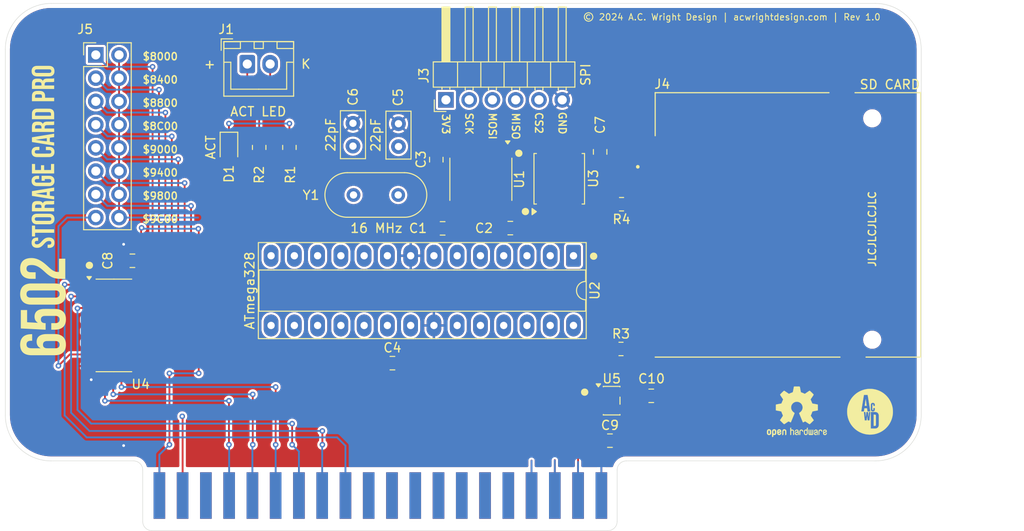
<source format=kicad_pcb>
(kicad_pcb (version 20241229) (generator "pcbnew") (generator_version "9.0")
  (title_block (title "6502 Storage Card Pro") (date "2025-12-08") (rev "1.0") (company "A.C. Wright Design"))
  (layers (0 "F.Cu" signal) (2 "B.Cu" signal) (13 "F.Paste" user) (15 "B.Paste" user) (5 "F.SilkS" user "F.Silkscreen") (7 "B.SilkS" user "B.Silkscreen") (1 "F.Mask" user) (3 "B.Mask" user) (25 "Edge.Cuts" user))
  (net 0 "")
  (net 1 "GND")
  (net 2 "VCC")
  (net 3 "Net-(D1-K)")
  (net 4 "D2")
  (net 5 "RESB")
  (net 6 "RWB")
  (net 7 "A15")
  (net 8 "D0")
  (net 9 "A12")
  (net 10 "A0")
  (net 11 "A11")
  (net 12 "D1")
  (net 13 "PHI2")
  (net 14 "D5")
  (net 15 "A14")
  (net 16 "D7")
  (net 17 "A13")
  (net 18 "A10")
  (net 19 "D4")
  (net 20 "D3")
  (net 21 "D6")
  (net 22 "CSB")
  (net 23 "/$8400")
  (net 24 "/$9800")
  (net 25 "/$9400")
  (net 26 "/$8C00")
  (net 27 "/$9000")
  (net 28 "/$8800")
  (net 29 "/$8000")
  (net 30 "/$9C00")
  (net 31 "3V3")
  (net 32 "Net-(U2-AREF)")
  (net 33 "XTAL1")
  (net 34 "XTAL2")
  (net 35 "SCK")
  (net 36 "Net-(J1-Pin_2)")
  (net 52 "unconnected-(J2-PadA2)")
  (net 54 "unconnected-(J2-PadA1)")
  (net 55 "MOSI_3V3")
  (net 56 "MISO_3V3")
  (net 57 "SCK_3V3")
  (net 58 "CS2_3V3")
  (net 59 "CD_3V3")
  (net 61 "CS0_3V3")
  (net 63 "WP_3V3")
  (net 64 "WP")
  (net 65 "CS1_3V3")
  (net 66 "CS2")
  (net 67 "MISO")
  (net 68 "CD")
  (net 69 "MOSI")
  (net 70 "CS0")
  (net 71 "CS1")
  (footprint "Capacitor_SMD:C_0805_2012Metric" (layer "F.Cu") (at 155.72 94.93 180)
    (property "Reference" "C2" (at 2.87 -0.01 0) (layer "F.SilkS"))
    (property "Value" "100nF" (hide yes))
    (pad "1" smd roundrect (at -0.95 0 180) (size 1 1.45) (layers "F.Cu" "F.Mask" "F.Paste") (net 1 "GND"))
    (pad "2" smd roundrect (at 0.95 0 180) (size 1 1.45) (layers "F.Cu" "F.Mask" "F.Paste") (net 2 "VCC"))
  )
  (footprint "Resistor_SMD:R_0805_2012Metric" (layer "F.Cu") (at 128.3 86.1125 90)
    (property "Reference" "R2" (at -2.9875 0 90) (layer "F.SilkS"))
    (property "Value" "330" (hide yes))
    (pad "1" smd roundrect (at -0.9125 0 90) (size 1.025 1.4) (layers "F.Cu" "F.Mask" "F.Paste") (roundrect_rratio 0.243902) (net 1 "GND"))
    (pad "2" smd roundrect (at 0.9125 0 90) (size 1.025 1.4) (layers "F.Cu" "F.Mask" "F.Paste") (roundrect_rratio 0.243902) (net 36 "Net-(J1-Pin_2)"))
  )
  (footprint "Resistor_SMD:R_0805_2012Metric" (layer "F.Cu") (at 167.8675 92.32 180)
    (property "Reference" "R4" (at 0 -1.65 0) (layer "F.SilkS"))
    (property "Value" "1k" (hide yes))
    (pad "1" smd roundrect (at -0.9125 0 180) (size 1.025 1.4) (layers "F.Cu" "F.Mask" "F.Paste") (roundrect_rratio 0.243902) (net 59 "CD_3V3"))
    (pad "2" smd roundrect (at 0.9125 0 180) (size 1.025 1.4) (layers "F.Cu" "F.Mask" "F.Paste") (roundrect_rratio 0.243902) (net 31 "3V3"))
  )
  (footprint "A.C. Wright Logo:A.C. Wright Logo 5mm" (layer "F.Cu") (at 195 115)
    (property "Reference" "G***" (hide yes))
    (property "Value" "LOGO" (hide yes))
  )
  (footprint "Connector_JST:JST_XH_B2B-XH-A_1x02_P2.50mm_Vertical" (layer "F.Cu") (at 127 77)
    (property "Reference" "J1" (at -2.3 -3.8 0) (layer "F.SilkS"))
    (property "Value" "ACT LED" (at 1.2 5.2 0) (layer "F.SilkS"))
    (pad "1" thru_hole roundrect (at 0 0) (size 1.7 2) (drill 1) (layers "*.Cu" "*.Mask") (roundrect_rratio 0.147059) (net 35 "SCK"))
    (pad "2" thru_hole oval (at 2.5 0) (size 1.7 2) (drill 1) (layers "*.Cu" "*.Mask") (net 36 "Net-(J1-Pin_2)"))
  )
  (footprint "Capacitor_SMD:C_0805_2012Metric" (layer "F.Cu") (at 147.64 87.45 -90)
    (property "Reference" "C3" (at -0.02 1.67 90) (layer "F.SilkS"))
    (property "Value" "100nF" (hide yes))
    (pad "1" smd roundrect (at -0.95 0 270) (size 1 1.45) (layers "F.Cu" "F.Mask" "F.Paste") (net 31 "3V3"))
    (pad "2" smd roundrect (at 0.95 0 270) (size 1 1.45) (layers "F.Cu" "F.Mask" "F.Paste") (net 1 "GND"))
  )
  (footprint "Capacitor_THT:C_Disc_D5.0mm_W2.5mm_P2.50mm" (layer "F.Cu") (at 143.51 86.02 90)
    (property "Reference" "C5" (at 5.39 -0.04 90) (layer "F.SilkS"))
    (property "Value" "22pF" (at 1.27 -2.48 90) (layer "F.SilkS"))
    (pad "1" thru_hole circle (at 0 0 90) (size 1.6 1.6) (drill 0.8) (layers "*.Cu" "*.Mask") (net 33 "XTAL1"))
    (pad "2" thru_hole circle (at 2.5 0 90) (size 1.6 1.6) (drill 0.8) (layers "*.Cu" "*.Mask") (net 1 "GND"))
  )
  (footprint "Package_TO_SOT_SMD:SOT-23-5" (layer "F.Cu") (at 166.7875 113.79)
    (property "Reference" "U5" (at 0 -2.4 0) (layer "F.SilkS"))
    (property "Value" "LP2985-3.3" (hide yes))
    (pad "1" smd roundrect (at -1.1375 -0.95) (size 1.325 0.6) (layers "F.Cu" "F.Mask" "F.Paste") (net 2 "VCC"))
    (pad "2" smd roundrect (at -1.1375 0) (size 1.325 0.6) (layers "F.Cu" "F.Mask" "F.Paste") (net 1 "GND"))
    (pad "3" smd roundrect (at -1.1375 0.95) (size 1.325 0.6) (layers "F.Cu" "F.Mask" "F.Paste") (net 2 "VCC"))
    (pad "4" smd roundrect (at 1.1375 0.95) (size 1.325 0.6) (layers "F.Cu" "F.Mask" "F.Paste"))
    (pad "5" smd roundrect (at 1.1375 -0.95) (size 1.325 0.6) (layers "F.Cu" "F.Mask" "F.Paste") (net 31 "3V3"))
  )
  (footprint "Capacitor_SMD:C_0805_2012Metric" (layer "F.Cu") (at 142.85 109.69)
    (property "Reference" "C4" (at 0 -1.68 0) (layer "F.SilkS"))
    (property "Value" "100nF" (hide yes))
    (pad "1" smd roundrect (at -0.95 0) (size 1 1.45) (layers "F.Cu" "F.Mask" "F.Paste") (net 1 "GND"))
    (pad "2" smd roundrect (at 0.95 0) (size 1 1.45) (layers "F.Cu" "F.Mask" "F.Paste") (net 32 "Net-(U2-AREF)"))
  )
  (footprint "Capacitor_SMD:C_0805_2012Metric" (layer "F.Cu") (at 171.11 113.26)
    (property "Reference" "C10" (at 0.03 -1.87 0) (layer "F.SilkS"))
    (property "Value" "1uF" (hide yes))
    (pad "1" smd roundrect (at -0.95 0) (size 1 1.45) (layers "F.Cu" "F.Mask" "F.Paste") (net 31 "3V3"))
    (pad "2" smd roundrect (at 0.95 0) (size 1 1.45) (layers "F.Cu" "F.Mask" "F.Paste") (net 1 "GND"))
  )
  (footprint "Package_SO:SOIC-16_3.9x9.9mm_P1.27mm" (layer "F.Cu") (at 112.435 105.565)
    (property "Reference" "U4" (at 2.925 6.435 0) (layer "F.SilkS"))
    (property "Value" "74HC138" (hide yes))
    (pad "1" smd roundrect (at -2.475 -4.445) (size 1.95 0.6) (layers "F.Cu" "F.Mask" "F.Paste") (net 18 "A10"))
    (pad "2" smd roundrect (at -2.475 -3.175) (size 1.95 0.6) (layers "F.Cu" "F.Mask" "F.Paste") (net 11 "A11"))
    (pad "3" smd roundrect (at -2.475 -1.905) (size 1.95 0.6) (layers "F.Cu" "F.Mask" "F.Paste") (net 9 "A12"))
    (pad "4" smd roundrect (at -2.475 -0.635) (size 1.95 0.6) (layers "F.Cu" "F.Mask" "F.Paste") (net 17 "A13"))
    (pad "5" smd roundrect (at -2.475 0.635) (size 1.95 0.6) (layers "F.Cu" "F.Mask" "F.Paste") (net 15 "A14"))
    (pad "6" smd roundrect (at -2.475 1.905) (size 1.95 0.6) (layers "F.Cu" "F.Mask" "F.Paste") (net 7 "A15"))
    (pad "7" smd roundrect (at -2.475 3.175) (size 1.95 0.6) (layers "F.Cu" "F.Mask" "F.Paste") (net 30 "/$9C00"))
    (pad "8" smd roundrect (at -2.475 4.445) (size 1.95 0.6) (layers "F.Cu" "F.Mask" "F.Paste") (net 1 "GND"))
    (pad "9" smd roundrect (at 2.475 4.445) (size 1.95 0.6) (layers "F.Cu" "F.Mask" "F.Paste") (net 24 "/$9800"))
    (pad "10" smd roundrect (at 2.475 3.175) (size 1.95 0.6) (layers "F.Cu" "F.Mask" "F.Paste") (net 25 "/$9400"))
    (pad "11" smd roundrect (at 2.475 1.905) (size 1.95 0.6) (layers "F.Cu" "F.Mask" "F.Paste") (net 27 "/$9000"))
    (pad "12" smd roundrect (at 2.475 0.635) (size 1.95 0.6) (layers "F.Cu" "F.Mask" "F.Paste") (net 26 "/$8C00"))
    (pad "13" smd roundrect (at 2.475 -0.635) (size 1.95 0.6) (layers "F.Cu" "F.Mask" "F.Paste") (net 28 "/$8800"))
    (pad "14" smd roundrect (at 2.475 -1.905) (size 1.95 0.6) (layers "F.Cu" "F.Mask" "F.Paste") (net 23 "/$8400"))
    (pad "15" smd roundrect (at 2.475 -3.175) (size 1.95 0.6) (layers "F.Cu" "F.Mask" "F.Paste") (net 29 "/$8000"))
    (pad "16" smd roundrect (at 2.475 -4.445) (size 1.95 0.6) (layers "F.Cu" "F.Mask" "F.Paste") (net 2 "VCC"))
  )
  (footprint "Connector_PinHeader_2.54mm:PinHeader_2x08_P2.54mm_Vertical" (layer "F.Cu") (at 110.46 76)
    (property "Reference" "J5" (at -1.16 -2.8 0) (layer "F.SilkS"))
    (property "Value" "Conn_02x08_Odd_Even" (hide yes))
    (pad "1" thru_hole rect (at 0 0) (size 1.7 1.7) (drill 1) (layers "*.Cu" "*.Mask") (net 29 "/$8000"))
    (pad "2" thru_hole oval (at 2.54 0) (size 1.7 1.7) (drill 1) (layers "*.Cu" "*.Mask") (net 22 "CSB"))
    (pad "3" thru_hole oval (at 0 2.54) (size 1.7 1.7) (drill 1) (layers "*.Cu" "*.Mask") (net 23 "/$8400"))
    (pad "4" thru_hole oval (at 2.54 2.54) (size 1.7 1.7) (drill 1) (layers "*.Cu" "*.Mask") (net 22 "CSB"))
    (pad "5" thru_hole oval (at 0 5.08) (size 1.7 1.7) (drill 1) (layers "*.Cu" "*.Mask") (net 28 "/$8800"))
    (pad "6" thru_hole oval (at 2.54 5.08) (size 1.7 1.7) (drill 1) (layers "*.Cu" "*.Mask") (net 22 "CSB"))
    (pad "7" thru_hole oval (at 0 7.62) (size 1.7 1.7) (drill 1) (layers "*.Cu" "*.Mask") (net 26 "/$8C00"))
    (pad "8" thru_hole oval (at 2.54 7.62) (size 1.7 1.7) (drill 1) (layers "*.Cu" "*.Mask") (net 22 "CSB"))
    (pad "9" thru_hole oval (at 0 10.16) (size 1.7 1.7) (drill 1) (layers "*.Cu" "*.Mask") (net 27 "/$9000"))
    (pad "10" thru_hole oval (at 2.54 10.16) (size 1.7 1.7) (drill 1) (layers "*.Cu" "*.Mask") (net 22 "CSB"))
    (pad "11" thru_hole oval (at 0 12.7) (size 1.7 1.7) (drill 1) (layers "*.Cu" "*.Mask") (net 25 "/$9400"))
    (pad "12" thru_hole oval (at 2.54 12.7) (size 1.7 1.7) (drill 1) (layers "*.Cu" "*.Mask") (net 22 "CSB"))
    (pad "13" thru_hole oval (at 0 15.24) (size 1.7 1.7) (drill 1) (layers "*.Cu" "*.Mask") (net 24 "/$9800"))
    (pad "14" thru_hole oval (at 2.54 15.24) (size 1.7 1.7) (drill 1) (layers "*.Cu" "*.Mask") (net 22 "CSB"))
    (pad "15" thru_hole oval (at 0 17.78) (size 1.7 1.7) (drill 1) (layers "*.Cu" "*.Mask") (net 30 "/$9C00"))
    (pad "16" thru_hole oval (at 2.54 17.78) (size 1.7 1.7) (drill 1) (layers "*.Cu" "*.Mask") (net 22 "CSB"))
  )
  (footprint "Package_SO:TSSOP-20_4.4x6.5mm_P0.65mm" (layer "F.Cu") (at 152.505 89.5925 -90)
    (property "Reference" "U1" (at 0 -4.2 90) (layer "F.SilkS"))
    (property "Value" "TXS0108EPW" (hide yes))
    (pad "1" smd roundrect (at -2.8625 -2.925 270) (size 1.475 0.4) (layers "F.Cu" "F.Mask" "F.Paste") (net 57 "SCK_3V3"))
    (pad "2" smd roundrect (at -2.8625 -2.275 270) (size 1.475 0.4) (layers "F.Cu" "F.Mask" "F.Paste") (net 31 "3V3"))
    (pad "3" smd roundrect (at -2.8625 -1.625 270) (size 1.475 0.4) (layers "F.Cu" "F.Mask" "F.Paste") (net 55 "MOSI_3V3"))
    (pad "4" smd roundrect (at -2.8625 -0.975 270) (size 1.475 0.4) (layers "F.Cu" "F.Mask" "F.Paste") (net 56 "MISO_3V3"))
    (pad "5" smd roundrect (at -2.8625 -0.325 270) (size 1.475 0.4) (layers "F.Cu" "F.Mask" "F.Paste") (net 61 "CS0_3V3"))
    (pad "6" smd roundrect (at -2.8625 0.325 270) (size 1.475 0.4) (layers "F.Cu" "F.Mask" "F.Paste") (net 65 "CS1_3V3"))
    (pad "7" smd roundrect (at -2.8625 0.975 270) (size 1.475 0.4) (layers "F.Cu" "F.Mask" "F.Paste") (net 58 "CS2_3V3"))
    (pad "8" smd roundrect (at -2.8625 1.625 270) (size 1.475 0.4) (layers "F.Cu" "F.Mask" "F.Paste") (net 59 "CD_3V3"))
    (pad "9" smd roundrect (at -2.8625 2.275 270) (size 1.475 0.4) (layers "F.Cu" "F.Mask" "F.Paste") (net 63 "WP_3V3"))
    (pad "10" smd roundrect (at -2.8625 2.925 270) (size 1.475 0.4) (layers "F.Cu" "F.Mask" "F.Paste") (net 31 "3V3"))
    (pad "11" smd roundrect (at 2.8625 2.925 270) (size 1.475 0.4) (layers "F.Cu" "F.Mask" "F.Paste") (net 1 "GND"))
    (pad "12" smd roundrect (at 2.8625 2.275 270) (size 1.475 0.4) (layers "F.Cu" "F.Mask" "F.Paste") (net 64 "WP"))
    (pad "13" smd roundrect (at 2.8625 1.625 270) (size 1.475 0.4) (layers "F.Cu" "F.Mask" "F.Paste") (net 68 "CD"))
    (pad "14" smd roundrect (at 2.8625 0.975 270) (size 1.475 0.4) (layers "F.Cu" "F.Mask" "F.Paste") (net 66 "CS2"))
    (pad "15" smd roundrect (at 2.8625 0.325 270) (size 1.475 0.4) (layers "F.Cu" "F.Mask" "F.Paste") (net 71 "CS1"))
    (pad "16" smd roundrect (at 2.8625 -0.325 270) (size 1.475 0.4) (layers "F.Cu" "F.Mask" "F.Paste") (net 70 "CS0"))
    (pad "17" smd roundrect (at 2.8625 -0.975 270) (size 1.475 0.4) (layers "F.Cu" "F.Mask" "F.Paste") (net 67 "MISO"))
    (pad "18" smd roundrect (at 2.8625 -1.625 270) (size 1.475 0.4) (layers "F.Cu" "F.Mask" "F.Paste") (net 69 "MOSI"))
    (pad "19" smd roundrect (at 2.8625 -2.275 270) (size 1.475 0.4) (layers "F.Cu" "F.Mask" "F.Paste") (net 2 "VCC"))
    (pad "20" smd roundrect (at 2.8625 -2.925 270) (size 1.475 0.4) (layers "F.Cu" "F.Mask" "F.Paste") (net 35 "SCK"))
  )
  (footprint "6502 Parts:10067847-001RLF" (layer "F.Cu") (at 195.24 95.03 90)
    (property "Reference" "J4" (at 15.84 -22.93 180) (layer "F.SilkS"))
    (property "Value" "SD CARD" (at 15.79 1.93 0) (layer "F.SilkS"))
    (pad "" np_thru_hole circle (at -12.1 0 90) (size 1.5 1.5) (drill 1.5) (layers "*.Cu" "*.Mask"))
    (pad "" np_thru_hole circle (at 12.1 0 90) (size 1.5 1.5) (drill 1.5) (layers "*.Cu" "*.Mask"))
    (pad "1" smd rect (at 6.875 -24.3 90) (size 1 1.5) (layers "F.Cu" "F.Mask" "F.Paste") (net 61 "CS0_3V3"))
    (pad "2" smd rect (at 4.375 -24.3 90) (size 1 1.5) (layers "F.Cu" "F.Mask" "F.Paste") (net 55 "MOSI_3V3"))
    (pad "3" smd rect (at 1.075 -24.3 90) (size 1 1.5) (layers "F.Cu" "F.Mask" "F.Paste") (net 1 "GND"))
    (pad "4" smd rect (at -0.625 -24.3 90) (size 1 1.5) (layers "F.Cu" "F.Mask" "F.Paste") (net 31 "3V3"))
    (pad "5" smd rect (at -3.125 -24.3 90) (size 1 1.5) (layers "F.Cu" "F.Mask" "F.Paste") (net 57 "SCK_3V3"))
    (pad "6" smd rect (at -5.625 -24.3 90) (size 1 1.5) (layers "F.Cu" "F.Mask" "F.Paste") (net 1 "GND"))
    (pad "7" smd rect (at -8.05 -24.3 90) (size 1 1.5) (layers "F.Cu" "F.Mask" "F.Paste") (net 56 "MISO_3V3"))
    (pad "8" smd rect (at -9.75 -24.3 90) (size 1 1.5) (layers "F.Cu" "F.Mask" "F.Paste"))
    (pad "9" smd rect (at 9.375 -24.3 90) (size 1 1.5) (layers "F.Cu" "F.Mask" "F.Paste"))
    (pad "CD" smd rect (at 2.725 -24.3 90) (size 1 1.5) (layers "F.Cu" "F.Mask" "F.Paste") (net 59 "CD_3V3"))
    (pad "G1" smd rect (at -13.6 -2.1 90) (size 1.2 2.2) (layers "F.Cu" "F.Mask" "F.Paste") (net 1 "GND"))
    (pad "G2" smd rect (at 14.4 -3.3 90) (size 1.2 2.2) (layers "F.Cu" "F.Mask" "F.Paste") (net 1 "GND"))
    (pad "WP" smd rect (at -13.1 -24.3 90) (size 1 1.5) (layers "F.Cu" "F.Mask" "F.Paste") (net 63 "WP_3V3"))
    (zone (net 0) (net_name "") (layer "F.Cu") (connect_pads (clearance 0)) (min_thickness 0.01)
      (keepout (tracks not_allowed) (vias not_allowed) (pads not_allowed) (copperpour not_allowed) (footprints allowed))
      (fill (thermal_gap 0.508) (thermal_bridge_width 0.508))
      (polygon (pts (xy 176.94 88.71) (xy 176.94 87.61) (xy 179.44 87.61) (xy 179.44 88.71)))
    )
    (zone (net 0) (net_name "") (layer "F.Cu") (connect_pads (clearance 0)) (min_thickness 0.01)
      (keepout (tracks not_allowed) (vias not_allowed) (pads not_allowed) (copperpour not_allowed) (footprints allowed))
      (fill (thermal_gap 0.508) (thermal_bridge_width 0.508))
      (polygon (pts (xy 177.54 94.11) (xy 177.54 92.21) (xy 180.04 92.21) (xy 180.04 94.11)))
    )
    (zone (net 0) (net_name "") (layer "F.Cu") (connect_pads (clearance 0)) (min_thickness 0.01)
      (keepout (tracks not_allowed) (vias not_allowed) (pads not_allowed) (copperpour not_allowed) (footprints allowed))
      (fill (thermal_gap 0.508) (thermal_bridge_width 0.508))
      (polygon (pts (xy 177.64 98.71) (xy 177.64 97.61) (xy 179.64 97.61) (xy 179.64 98.71)))
    )
    (zone (net 0) (net_name "") (layer "F.Cu") (connect_pads (clearance 0)) (min_thickness 0.01)
      (keepout (tracks not_allowed) (vias not_allowed) (pads not_allowed) (copperpour not_allowed) (footprints allowed))
      (fill (thermal_gap 0.508) (thermal_bridge_width 0.508))
      (polygon (pts (xy 177.64 101.21) (xy 177.64 100.11) (xy 179.64 100.11) (xy 179.64 101.21)))
    )
    (zone (net 0) (net_name "") (layer "F.Cu") (connect_pads (clearance 0)) (min_thickness 0.01)
      (keepout (tracks not_allowed) (vias not_allowed) (pads not_allowed) (copperpour not_allowed) (footprints allowed))
      (fill (thermal_gap 0.508) (thermal_bridge_width 0.508))
      (polygon (pts (xy 177.64 103.64) (xy 177.64 102.54) (xy 179.64 102.54) (xy 179.64 103.64)))
    )
    (zone (net 0) (net_name "") (layer "F.Cu") (connect_pads (clearance 0)) (min_thickness 0.01)
      (keepout (tracks not_allowed) (vias not_allowed) (pads not_allowed) (copperpour not_allowed) (footprints allowed))
      (fill (thermal_gap 0.508) (thermal_bridge_width 0.508))
      (polygon (pts (xy 177.64 105.34) (xy 177.64 104.24) (xy 179.64 104.24) (xy 179.64 105.34)))
    )
    (zone (net 0) (net_name "") (layer "F.Cu") (connect_pads (clearance 0)) (min_thickness 0.01)
      (keepout (tracks not_allowed) (vias not_allowed) (pads not_allowed) (copperpour not_allowed) (footprints allowed))
      (fill (thermal_gap 0.508) (thermal_bridge_width 0.508))
      (polygon (pts (xy 177.74 91.21) (xy 177.74 90.11) (xy 179.74 90.11) (xy 179.74 91.21)))
    )
    (zone (net 0) (net_name "") (layer "F.Cu") (connect_pads (clearance 0)) (min_thickness 0.01)
      (keepout (tracks not_allowed) (vias not_allowed) (pads not_allowed) (copperpour not_allowed) (footprints allowed))
      (fill (thermal_gap 0.508) (thermal_bridge_width 0.508))
      (polygon (pts (xy 178.04 96.21) (xy 178.04 95.11) (xy 180.04 95.11) (xy 180.04 96.21)))
    )
    (zone (net 0) (net_name "") (layer "F.Cu") (connect_pads (clearance 0)) (min_thickness 0.01)
      (keepout (tracks not_allowed) (vias not_allowed) (pads not_allowed) (copperpour not_allowed) (footprints allowed))
      (fill (thermal_gap 0.508) (thermal_bridge_width 0.508))
      (polygon (pts (xy 180.04 86.21) (xy 180.04 85.11) (xy 182.04 85.11) (xy 182.04 86.21)))
    )
    (zone (net 0) (net_name "") (layer "F.Cu") (connect_pads (clearance 0)) (min_thickness 0.01)
      (keepout (tracks not_allowed) (vias not_allowed) (pads not_allowed) (copperpour not_allowed) (footprints allowed))
      (fill (thermal_gap 0.508) (thermal_bridge_width 0.508))
      (polygon (pts (xy 180.74 109.73) (xy 180.74 108.53) (xy 187.04 108.53) (xy 187.04 109.73)))
    )
  )
  (footprint "Capacitor_THT:C_Disc_D5.0mm_W2.5mm_P2.50mm" (layer "F.Cu") (at 138.54 85.97 90)
    (property "Reference" "C6" (at 5.39 0 90) (layer "F.SilkS"))
    (property "Value" "22pF" (at 1.24 -2.43 90) (layer "F.SilkS"))
    (pad "1" thru_hole circle (at 0 0 90) (size 1.6 1.6) (drill 0.8) (layers "*.Cu" "*.Mask") (net 34 "XTAL2"))
    (pad "2" thru_hole circle (at 2.5 0 90) (size 1.6 1.6) (drill 0.8) (layers "*.Cu" "*.Mask") (net 1 "GND"))
  )
  (footprint "Connector_PinHeader_2.54mm:PinHeader_1x06_P2.54mm_Horizontal" (layer "F.Cu") (at 148.69 80.915 90)
    (property "Reference" "J3" (at 2.655 -2.41 90) (layer "F.SilkS"))
    (property "Value" "SPI" (at 2.755 15.26 90) (layer "F.SilkS"))
    (pad "1" thru_hole rect (at 0 0 90) (size 1.7 1.7) (drill 1) (layers "*.Cu" "*.Mask") (net 31 "3V3"))
    (pad "2" thru_hole circle (at 0 2.54 90) (size 1.7 1.7) (drill 1) (layers "*.Cu" "*.Mask") (net 57 "SCK_3V3"))
    (pad "3" thru_hole circle (at 0 5.08 90) (size 1.7 1.7) (drill 1) (layers "*.Cu" "*.Mask") (net 55 "MOSI_3V3"))
    (pad "4" thru_hole circle (at 0 7.62 90) (size 1.7 1.7) (drill 1) (layers "*.Cu" "*.Mask") (net 56 "MISO_3V3"))
    (pad "5" thru_hole circle (at 0 10.16 90) (size 1.7 1.7) (drill 1) (layers "*.Cu" "*.Mask") (net 58 "CS2_3V3"))
    (pad "6" thru_hole circle (at 0 12.7 90) (size 1.7 1.7) (drill 1) (layers "*.Cu" "*.Mask") (net 1 "GND"))
  )
  (footprint "Capacitor_SMD:C_0805_2012Metric" (layer "F.Cu") (at 114.46 98.5 180)
    (property "Reference" "C8" (at 2.7 0 270) (layer "F.SilkS"))
    (property "Value" "100nF" (hide yes))
    (pad "1" smd roundrect (at -0.95 0 180) (size 1 1.45) (layers "F.Cu" "F.Mask" "F.Paste") (net 2 "VCC"))
    (pad "2" smd roundrect (at 0.95 0 180) (size 1 1.45) (layers "F.Cu" "F.Mask" "F.Paste") (net 1 "GND"))
  )
  (footprint "Symbol:OSHW-Logo2_7.3x6mm_SilkScreen" (layer "F.Cu") (at 187.01 115)
    (property "Reference" "REF**" (hide yes))
    (property "Value" "OSHW-Logo2_7.3x6mm_SilkScreen" (hide yes))
  )
  (footprint "6502 Parts:6502 Card Edge" (layer "F.Cu") (at 117.4 126.7)
    (property "Reference" "J2" (hide yes))
    (property "Value" "6502 Card Edge" (hide yes))
    (pad "A0" smd rect (at 45.72 -2.54 90) (size 5.08 1.27) (layers "B.Cu" "B.Mask" "B.Paste") (net 10 "A0"))
    (pad "A1" smd rect (at 43.18 -2.54 90) (size 5.08 1.27) (layers "B.Cu" "B.Mask" "B.Paste") (net 54 "unconnected-(J2-PadA1)"))
    (pad "A2" smd rect (at 40.64 -2.54 90) (size 5.08 1.27) (layers "B.Cu" "B.Mask" "B.Paste") (net 52 "unconnected-(J2-PadA2)"))
    (pad "A3" smd rect (at 38.1 -2.54 90) (size 5.08 1.27) (layers "B.Cu" "B.Mask" "B.Paste"))
    (pad "A4" smd rect (at 35.56 -2.54 90) (size 5.08 1.27) (layers "B.Cu" "B.Mask" "B.Paste"))
    (pad "A5" smd rect (at 33.02 -2.54 90) (size 5.08 1.27) (layers "B.Cu" "B.Mask" "B.Paste"))
    (pad "A6" smd rect (at 30.48 -2.54 90) (size 5.08 1.27) (layers "B.Cu" "B.Mask" "B.Paste"))
    (pad "A7" smd rect (at 27.94 -2.54 90) (size 5.08 1.27) (layers "B.Cu" "B.Mask" "B.Paste"))
    (pad "A8" smd rect (at 25.4 -2.54 90) (size 5.08 1.27) (layers "B.Cu" "B.Mask" "B.Paste"))
    (pad "A9" smd rect (at 22.86 -2.54 90) (size 5.08 1.27) (layers "B.Cu" "B.Mask" "B.Paste"))
    (pad "A10" smd rect (at 20.32 -2.54 90) (size 5.08 1.27) (layers "B.Cu" "B.Mask" "B.Paste") (net 18 "A10"))
    (pad "A11" smd rect (at 17.78 -2.54 90) (size 5.08 1.27) (layers "B.Cu" "B.Mask" "B.Paste") (net 11 "A11"))
    (pad "A12" smd rect (at 15.24 -2.54 90) (size 5.08 1.27) (layers "B.Cu" "B.Mask" "B.Paste") (net 9 "A12"))
    (pad "A13" smd rect (at 12.7 -2.54 90) (size 5.08 1.27) (layers "B.Cu" "B.Mask" "B.Paste") (net 17 "A13"))
    (pad "A14" smd rect (at 10.16 -2.54 90) (size 5.08 1.27) (layers "B.Cu" "B.Mask" "B.Paste") (net 15 "A14"))
    (pad "A15" smd rect (at 7.62 -2.54 90) (size 5.08 1.27) (layers "B.Cu" "B.Mask" "B.Paste") (net 7 "A15"))
    (pad "BE" smd rect (at 12.7 -2.54 90) (size 5.08 1.27) (layers "F.Cu" "F.Mask" "F.Paste"))
    (pad "D0" smd rect (at 45.72 -2.54 90) (size 5.08 1.27) (layers "F.Cu" "F.Mask" "F.Paste") (net 8 "D0"))
    (pad "D1" smd rect (at 43.18 -2.54 90) (size 5.08 1.27) (layers "F.Cu" "F.Mask" "F.Paste") (net 12 "D1"))
    (pad "D2" smd rect (at 40.64 -2.54 90) (size 5.08 1.27) (layers "F.Cu" "F.Mask" "F.Paste") (net 4 "D2"))
    (pad "D3" smd rect (at 38.1 -2.54 90) (size 5.08 1.27) (layers "F.Cu" "F.Mask" "F.Paste") (net 20 "D3"))
    (pad "D4" smd rect (at 35.56 -2.54 90) (size 5.08 1.27) (layers "F.Cu" "F.Mask" "F.Paste") (net 19 "D4"))
    (pad "D5" smd rect (at 33.02 -2.54 90) (size 5.08 1.27) (layers "F.Cu" "F.Mask" "F.Paste") (net 14 "D5"))
    (pad "D6" smd rect (at 30.48 -2.54 90) (size 5.08 1.27) (layers "F.Cu" "F.Mask" "F.Paste") (net 21 "D6"))
    (pad "D7" smd rect (at 27.94 -2.54 90) (size 5.08 1.27) (layers "F.Cu" "F.Mask" "F.Paste") (net 16 "D7"))
    (pad "EXP0" smd rect (at 5.08 -2.54 90) (size 5.08 1.27) (layers "B.Cu" "B.Mask" "B.Paste"))
    (pad "EXP1" smd rect (at 2.54 -2.54 90) (size 5.08 1.27) (layers "B.Cu" "B.Mask" "B.Paste"))
    (pad "EXP2" smd rect (at 25.4 -2.54 90) (size 5.08 1.27) (layers "F.Cu" "F.Mask" "F.Paste"))
    (pad "EXP3" smd rect (at 22.86 -2.54 90) (size 5.08 1.27) (layers "F.Cu" "F.Mask" "F.Paste"))
    (pad "GND" smd rect (at 0 -2.54 90) (size 5.08 1.27) (layers "F.Cu" "F.Mask" "F.Paste") (net 1 "GND"))
    (pad "GND" smd rect (at 48.26 -2.54 90) (size 5.08 1.27) (layers "B.Cu" "B.Mask" "B.Paste") (net 1 "GND"))
    (pad "IRQB" smd rect (at 5.08 -2.54 90) (size 5.08 1.27) (layers "F.Cu" "F.Mask" "F.Paste"))
    (pad "NMIB" smd rect (at 7.62 -2.54 90) (size 5.08 1.27) (layers "F.Cu" "F.Mask" "F.Paste"))
    (pad "PHI2" smd rect (at 20.32 -2.54 90) (size 5.08 1.27) (layers "F.Cu" "F.Mask" "F.Paste") (net 13 "PHI2"))
    (pad "RDY" smd rect (at 10.16 -2.54 90) (size 5.08 1.27) (layers "F.Cu" "F.Mask" "F.Paste"))
    (pad "RESB" smd rect (at 2.54 -2.54 90) (size 5.08 1.27) (layers "F.Cu" "F.Mask" "F.Paste") (net 5 "RESB"))
    (pad "RWB" smd rect (at 15.24 -2.54 90) (size 5.08 1.27) (layers "F.Cu" "F.Mask" "F.Paste") (net 6 "RWB"))
    (pad "SYNC" smd rect (at 17.78 -2.54 90) (size 5.08 1.27) (layers "F.Cu" "F.Mask" "F.Paste"))
    (pad "VCC" smd rect (at 0 -2.54 90) (size 5.08 1.27) (layers "B.Cu" "B.Mask" "B.Paste") (net 2 "VCC"))
    (pad "VCC" smd rect (at 48.26 -2.54 90) (size 5.08 1.27) (layers "F.Cu" "F.Mask" "F.Paste") (net 2 "VCC"))
  )
  (footprint "Capacitor_SMD:C_0805_2012Metric" (layer "F.Cu") (at 165.53 86.6 90)
    (property "Reference" "C7" (at 2.94 0 90) (layer "F.SilkS"))
    (property "Value" "100nF" (hide yes))
    (pad "1" smd roundrect (at -0.95 0 90) (size 1 1.45) (layers "F.Cu" "F.Mask" "F.Paste") (net 31 "3V3"))
    (pad "2" smd roundrect (at 0.95 0 90) (size 1 1.45) (layers "F.Cu" "F.Mask" "F.Paste") (net 1 "GND"))
  )
  (footprint "Capacitor_SMD:C_0805_2012Metric" (layer "F.Cu") (at 148.33 94.96 180)
    (property "Reference" "C1" (at 2.69 0.01 0) (layer "F.SilkS"))
    (property "Value" "100nF" (hide yes))
    (pad "1" smd roundrect (at -0.95 0 180) (size 1 1.45) (layers "F.Cu" "F.Mask" "F.Paste") (net 1 "GND"))
    (pad "2" smd roundrect (at 0.95 0 180) (size 1 1.45) (layers "F.Cu" "F.Mask" "F.Paste") (net 2 "VCC"))
  )
  (footprint "6502 Logos:6502 Storage Card Pro Logo 5mm" (layer "F.Cu") (at 104.700159 87.589456 90)
    (property "Reference" "G***" (hide yes))
    (property "Value" "LOGO" (hide yes))
  )
  (footprint "Resistor_SMD:R_0805_2012Metric" (layer "F.Cu") (at 167.8075 108.14)
    (property "Reference" "R3" (at 0 -1.65 0) (layer "F.SilkS"))
    (property "Value" "1k" (hide yes))
    (pad "1" smd roundrect (at -0.9125 0) (size 1.025 1.4) (layers "F.Cu" "F.Mask" "F.Paste") (roundrect_rratio 0.243902) (net 31 "3V3"))
    (pad "2" smd roundrect (at 0.9125 0) (size 1.025 1.4) (layers "F.Cu" "F.Mask" "F.Paste") (roundrect_rratio 0.243902) (net 63 "WP_3V3"))
  )
  (footprint "Crystal:Crystal_HC49-U_Vertical" (layer "F.Cu") (at 138.6 91.31)
    (property "Reference" "Y1" (at -4.64 0.02 0) (layer "F.SilkS"))
    (property "Value" "16 MHz" (at 2.5 3.63 0) (layer "F.SilkS"))
    (pad "1" thru_hole circle (at 0 0) (size 1.5 1.5) (drill 0.8) (layers "*.Cu" "*.Mask") (net 34 "XTAL2"))
    (pad "2" thru_hole circle (at 4.88 0) (size 1.5 1.5) (drill 0.8) (layers "*.Cu" "*.Mask") (net 33 "XTAL1"))
  )
  (footprint "Capacitor_SMD:C_0805_2012Metric" (layer "F.Cu") (at 166.6 118.16)
    (property "Reference" "C9" (at 0 -1.68 0) (layer "F.SilkS"))
    (property "Value" "1uF" (hide yes))
    (pad "1" smd roundrect (at -0.95 0) (size 1 1.45) (layers "F.Cu" "F.Mask" "F.Paste") (net 2 "VCC"))
    (pad "2" smd roundrect (at 0.95 0) (size 1 1.45) (layers "F.Cu" "F.Mask" "F.Paste") (net 1 "GND"))
  )
  (footprint "Package_DIP:DIP-28_W7.62mm_Socket_LongPads" (layer "F.Cu") (at 162.62 97.95 -90)
    (property "Reference" "U2" (at 3.81 -2.33 90) (layer "F.SilkS"))
    (property "Value" "ATmega328" (at 3.81 35.35 90) (layer "F.SilkS"))
    (pad "1" thru_hole roundrect (at 0 0 270) (size 2.4 1.6) (drill 0.8) (layers "*.Cu" "*.Mask") (roundrect_rratio 0.15625) (net 5 "RESB"))
    (pad "2" thru_hole oval (at 0 2.54 270) (size 2.4 1.6) (drill 0.8) (layers "*.Cu" "*.Mask") (net 8 "D0"))
    (pad "3" thru_hole oval (at 0 5.08 270) (size 2.4 1.6) (drill 0.8) (layers "*.Cu" "*.Mask") (net 12 "D1"))
    (pad "4" thru_hole oval (at 0 7.62 270) (size 2.4 1.6) (drill 0.8) (layers "*.Cu" "*.Mask") (net 4 "D2"))
    (pad "5" thru_hole oval (at 0 10.16 270) (size 2.4 1.6) (drill 0.8) (layers "*.Cu" "*.Mask") (net 20 "D3"))
    (pad "6" thru_hole oval (at 0 12.7 270) (size 2.4 1.6) (drill 0.8) (layers "*.Cu" "*.Mask") (net 19 "D4"))
    (pad "7" thru_hole oval (at 0 15.24 270) (size 2.4 1.6) (drill 0.8) (layers "*.Cu" "*.Mask") (net 2 "VCC"))
    (pad "8" thru_hole oval (at 0 17.78 270) (size 2.4 1.6) (drill 0.8) (layers "*.Cu" "*.Mask") (net 1 "GND"))
    (pad "9" thru_hole oval (at 0 20.32 270) (size 2.4 1.6) (drill 0.8) (layers "*.Cu" "*.Mask") (net 33 "XTAL1"))
    (pad "10" thru_hole oval (at 0 22.86 270) (size 2.4 1.6) (drill 0.8) (layers "*.Cu" "*.Mask") (net 34 "XTAL2"))
    (pad "11" thru_hole oval (at 0 25.4 270) (size 2.4 1.6) (drill 0.8) (layers "*.Cu" "*.Mask") (net 14 "D5"))
    (pad "12" thru_hole oval (at 0 27.94 270) (size 2.4 1.6) (drill 0.8) (layers "*.Cu" "*.Mask") (net 21 "D6"))
    (pad "13" thru_hole oval (at 0 30.48 270) (size 2.4 1.6) (drill 0.8) (layers "*.Cu" "*.Mask") (net 16 "D7"))
    (pad "14" thru_hole oval (at 0 33.02 270) (size 2.4 1.6) (drill 0.8) (layers "*.Cu" "*.Mask") (net 70 "CS0"))
    (pad "15" thru_hole oval (at 7.62 33.02 270) (size 2.4 1.6) (drill 0.8) (layers "*.Cu" "*.Mask") (net 71 "CS1"))
    (pad "16" thru_hole oval (at 7.62 30.48 270) (size 2.4 1.6) (drill 0.8) (layers "*.Cu" "*.Mask") (net 66 "CS2"))
    (pad "17" thru_hole oval (at 7.62 27.94 270) (size 2.4 1.6) (drill 0.8) (layers "*.Cu" "*.Mask") (net 69 "MOSI"))
    (pad "18" thru_hole oval (at 7.62 25.4 270) (size 2.4 1.6) (drill 0.8) (layers "*.Cu" "*.Mask") (net 67 "MISO"))
    (pad "19" thru_hole oval (at 7.62 22.86 270) (size 2.4 1.6) (drill 0.8) (layers "*.Cu" "*.Mask") (net 35 "SCK"))
    (pad "20" thru_hole oval (at 7.62 20.32 270) (size 2.4 1.6) (drill 0.8) (layers "*.Cu" "*.Mask") (net 2 "VCC"))
    (pad "21" thru_hole oval (at 7.62 17.78 270) (size 2.4 1.6) (drill 0.8) (layers "*.Cu" "*.Mask") (net 32 "Net-(U2-AREF)"))
    (pad "22" thru_hole oval (at 7.62 15.24 270) (size 2.4 1.6) (drill 0.8) (layers "*.Cu" "*.Mask") (net 1 "GND"))
    (pad "23" thru_hole oval (at 7.62 12.7 270) (size 2.4 1.6) (drill 0.8) (layers "*.Cu" "*.Mask") (net 10 "A0"))
    (pad "24" thru_hole oval (at 7.62 10.16 270) (size 2.4 1.6) (drill 0.8) (layers "*.Cu" "*.Mask") (net 13 "PHI2"))
    (pad "25" thru_hole oval (at 7.62 7.62 270) (size 2.4 1.6) (drill 0.8) (layers "*.Cu" "*.Mask") (net 22 "CSB"))
    (pad "26" thru_hole oval (at 7.62 5.08 270) (size 2.4 1.6) (drill 0.8) (layers "*.Cu" "*.Mask") (net 6 "RWB"))
    (pad "27" thru_hole oval (at 7.62 2.54 270) (size 2.4 1.6) (drill 0.8) (layers "*.Cu" "*.Mask") (net 68 "CD"))
    (pad "28" thru_hole oval (at 7.62 0 270) (size 2.4 1.6) (drill 0.8) (layers "*.Cu" "*.Mask") (net 64 "WP"))
  )
  (footprint "Package_SO:SOIC-8_5.3x5.3mm_P1.27mm" (layer "F.Cu") (at 161.065 89.5375 90)
    (property "Reference" "U3" (at 0.0275 3.725 90) (layer "F.SilkS"))
    (property "Value" "W25Q128JVS" (hide yes))
    (pad "1" smd roundrect (at -3.5875 -1.905 90) (size 1.625 0.65) (layers "F.Cu" "F.Mask" "F.Paste") (net 65 "CS1_3V3"))
    (pad "2" smd roundrect (at -3.5875 -0.635 90) (size 1.625 0.65) (layers "F.Cu" "F.Mask" "F.Paste") (net 56 "MISO_3V3"))
    (pad "3" smd roundrect (at -3.5875 0.635 90) (size 1.625 0.65) (layers "F.Cu" "F.Mask" "F.Paste") (net 31 "3V3"))
    (pad "4" smd roundrect (at -3.5875 1.905 90) (size 1.625 0.65) (layers "F.Cu" "F.Mask" "F.Paste") (net 1 "GND"))
    (pad "5" smd roundrect (at 3.5875 1.905 90) (size 1.625 0.65) (layers "F.Cu" "F.Mask" "F.Paste") (net 55 "MOSI_3V3"))
    (pad "6" smd roundrect (at 3.5875 0.635 90) (size 1.625 0.65) (layers "F.Cu" "F.Mask" "F.Paste") (net 57 "SCK_3V3"))
    (pad "7" smd roundrect (at 3.5875 -0.635 90) (size 1.625 0.65) (layers "F.Cu" "F.Mask" "F.Paste") (net 31 "3V3"))
    (pad "8" smd roundrect (at 3.5875 -1.905 90) (size 1.625 0.65) (layers "F.Cu" "F.Mask" "F.Paste") (net 31 "3V3"))
  )
  (footprint "Resistor_SMD:R_0805_2012Metric" (layer "F.Cu") (at 131.6 86.1125 90)
    (property "Reference" "R1" (at -2.9875 0.1 90) (layer "F.SilkS"))
    (property "Value" "330" (hide yes))
    (pad "1" smd roundrect (at -0.9125 0 90) (size 1.025 1.4) (layers "F.Cu" "F.Mask" "F.Paste") (roundrect_rratio 0.243902) (net 1 "GND"))
    (pad "2" smd roundrect (at 0.9125 0 90) (size 1.025 1.4) (layers "F.Cu" "F.Mask" "F.Paste") (roundrect_rratio 0.243902) (net 3 "Net-(D1-K)"))
  )
  (footprint "LED_SMD:LED_0805_2012Metric" (layer "F.Cu") (at 125 86.1375 -90)
    (property "Reference" "D1" (at 2.8625 0 90) (layer "F.SilkS"))
    (property "Value" "ACT" (at -0.0375 2 90) (layer "F.SilkS"))
    (pad "1" smd roundrect (at -0.9375 0 270) (size 0.975 1.4) (layers "F.Cu" "F.Mask" "F.Paste") (net 3 "Net-(D1-K)"))
    (pad "2" smd roundrect (at 0.9375 0 270) (size 0.975 1.4) (layers "F.Cu" "F.Mask" "F.Paste") (net 35 "SCK"))
  )
  (gr_circle (center 157.37 93.12) (end 157.57 93.12) (stroke (width 0.4)) (fill no) (layer "F.SilkS"))
  (gr_circle (center 109.76 99) (end 109.96 99) (stroke (width 0.4)) (fill no) (layer "F.SilkS"))
  (gr_circle (center 156.65 86.75) (end 156.85 86.75) (stroke (width 0.4)) (fill no) (layer "F.SilkS"))
  (gr_circle (center 163.84 112.86) (end 164.04 112.86) (stroke (width 0.4)) (fill no) (layer "F.SilkS"))
  (gr_circle (center 164.82 98) (end 165.02 98) (stroke (width 0.4)) (fill no) (layer "F.SilkS"))
  (gr_arc (start 167.3841 121.3746) (mid 167.676993 120.667493) (end 168.3841 120.3746) (stroke (width 0.05)) (layer "Edge.Cuts"))
  (gr_line (start 200.5841 115.3746) (end 200.5841 75.3746) (stroke (width 0.05)) (layer "Edge.Cuts"))
  (gr_arc (start 105.5841 120.3746) (mid 102.048566 118.910134) (end 100.5841 115.3746) (stroke (width 0.05)) (layer "Edge.Cuts"))
  (gr_line (start 105.5841 120.3746) (end 114.5841 120.3746) (stroke (width 0.05)) (layer "Edge.Cuts"))
  (gr_line (start 168.3841 120.3746) (end 195.5841 120.3746) (stroke (width 0.05)) (layer "Edge.Cuts"))
  (gr_line (start 195.5841 70.3746) (end 105.5841 70.3746) (stroke (width 0.05)) (layer "Edge.Cuts"))
  (gr_arc (start 114.5841 120.3746) (mid 115.291207 120.667493) (end 115.5841 121.3746) (stroke (width 0.05)) (layer "Edge.Cuts"))
  (gr_line (start 167.3841 126.9946) (end 167.3841 121.3746) (stroke (width 0.05)) (layer "Edge.Cuts"))
  (gr_arc (start 200.5841 115.3746) (mid 199.119634 118.910134) (end 195.5841 120.3746) (stroke (width 0.05)) (layer "Edge.Cuts"))
  (gr_arc (start 100.5841 75.3746) (mid 102.048566 71.839066) (end 105.5841 70.3746) (stroke (width 0.05)) (layer "Edge.Cuts"))
  (gr_line (start 116.5841 127.9946) (end 166.3841 127.9946) (stroke (width 0.05)) (layer "Edge.Cuts"))
  (gr_line (start 100.5841 75.3746) (end 100.5841 115.3746) (stroke (width 0.05)) (layer "Edge.Cuts"))
  (gr_arc (start 116.5841 127.9946) (mid 115.876993 127.701707) (end 115.5841 126.9946) (stroke (width 0.05)) (layer "Edge.Cuts"))
  (gr_arc (start 167.3841 126.9946) (mid 167.091207 127.701707) (end 166.3841 127.9946) (stroke (width 0.05)) (layer "Edge.Cuts"))
  (gr_arc (start 195.5841 70.3746) (mid 199.119634 71.839066) (end 200.5841 75.3746) (stroke (width 0.05)) (layer "Edge.Cuts"))
  (gr_line (start 115.5841 121.3746) (end 115.5841 126.9946) (stroke (width 0.05)) (layer "Edge.Cuts"))
  (gr_text "© 2024 A.C. Wright Design | acwrightdesign.com | Rev 1.0" (at 179.9 71.87 0) (layer "F.SilkS") (effects (font (size 0.7 0.7) (thickness 0.1))))
  (gr_text "$9000" (at 117.5 86.34 0) (layer "F.SilkS") (effects (font (size 0.8 0.8))))
  (gr_text "3V3" (at 148.68 82.36 270) (layer "F.SilkS") (effects (font (size 0.8 0.8)) (justify left)))
  (gr_text "K" (at 133.4 77 0) (layer "F.SilkS") (effects (font (size 1 1))))
  (gr_text "$9800" (at 117.5 91.42 0) (layer "F.SilkS") (effects (font (size 0.8 0.8))))
  (gr_text "$9400" (at 117.5 88.88 0) (layer "F.SilkS") (effects (font (size 0.8 0.8))))
  (gr_text "MOSI" (at 153.77 82.24 270) (layer "F.SilkS") (effects (font (size 0.8 0.8)) (justify left)))
  (gr_text "JLCJLCJLCJLC" (at 195.24 95.03 90) (layer "F.SilkS") (effects (font (size 0.8 0.8))))
  (gr_text "CS2" (at 158.84 82.18 270) (layer "F.SilkS") (effects (font (size 0.8 0.8)) (justify left)))
  (gr_text "$8400" (at 117.5 78.72 0) (layer "F.SilkS") (effects (font (size 0.8 0.8))))
  (gr_text "+" (at 122.9 77 0) (layer "F.SilkS") (effects (font (size 1 1))))
  (gr_text "$8800" (at 117.5 81.26 0) (layer "F.SilkS") (effects (font (size 0.8 0.8))))
  (gr_text "$8C00" (at 117.5 83.8 0) (layer "F.SilkS") (effects (font (size 0.8 0.8))))
  (gr_text "$8000" (at 117.5 76.18 0) (layer "F.SilkS") (effects (font (size 0.8 0.8))))
  (gr_text "MISO" (at 156.31 82.24 270) (layer "F.SilkS") (effects (font (size 0.8 0.8)) (justify left)))
  (gr_text "SCK" (at 151.22 82.24 270) (layer "F.SilkS") (effects (font (size 0.8 0.8)) (justify left)))
  (gr_text "GND" (at 161.4 82.14 270) (layer "F.SilkS") (effects (font (size 0.8 0.8)) (justify left)))
  (gr_text "$9C00" (at 117.5 93.96 0) (layer "F.SilkS") (effects (font (size 0.8 0.8))))
  (segment (start 133.375 87.025) (end 133.4 87) (width 0.2) (layer "F.Cu") (net 0))
  (segment (start 117.4 124.16) (end 117.4 121.3) (width 0.2) (layer "F.Cu") (net 1))
  (segment (start 128.3 87.025) (end 131.6 87.025) (width 0.2) (layer "F.Cu") (net 1))
  (segment (start 117.4 121.3) (end 117.4 119.9) (width 0.2) (layer "F.Cu") (net 1))
  (via (at 113.5 96.7) (size 0.6) (drill 0.3) (layers "F.Cu" "B.Cu") (net 1))
  (via (at 109.96 111.5) (size 0.6) (drill 0.3) (layers "F.Cu" "B.Cu") (net 1))
  (via (at 113.5 118.7) (size 0.6) (drill 0.3) (layers "F.Cu" "B.Cu") (net 1))
  (segment (start 165.66 124.16) (end 165.66 120.1) (width 0.2) (layer "B.Cu") (net 1))
  (segment (start 165.66 120.44) (end 165.66 124.16) (width 0.2) (layer "F.Cu") (net 2))
  (segment (start 121.7 110.8) (end 121.7 96.4) (width 0.2) (layer "F.Cu") (net 2))
  (segment (start 115.41 98.5) (end 115.41 99.75) (width 0.2) (layer "F.Cu") (net 2))
  (segment (start 115.41 99.75) (end 114.91 100.25) (width 0.2) (layer "F.Cu") (net 2))
  (segment (start 118.5 118.6) (end 118.5 110.8) (width 0.2) (layer "F.Cu") (net 2))
  (segment (start 115.46 94.9) (end 115.41 94.95) (width 0.2) (layer "F.Cu") (net 2))
  (segment (start 121.7 95.04) (end 121.66 95) (width 0.2) (layer "F.Cu") (net 2))
  (segment (start 115.41 94.95) (end 115.41 98.5) (width 0.2) (layer "F.Cu") (net 2))
  (segment (start 121.7 96.4) (end 121.7 95.04) (width 0.2) (layer "F.Cu") (net 2))
  (segment (start 114.91 100.25) (end 114.91 101.12) (width 0.2) (layer "F.Cu") (net 2))
  (via (at 121.66 95) (size 0.6) (drill 0.3) (layers "F.Cu" "B.Cu") (net 2))
  (via (at 115.46 94.9) (size 0.6) (drill 0.3) (layers "F.Cu" "B.Cu") (net 2))
  (via (at 118.5 118.6) (size 0.6) (drill 0.3) (layers "F.Cu" "B.Cu") (net 2))
  (via (at 118.5 110.8) (size 0.6) (drill 0.3) (layers "F.Cu" "B.Cu") (net 2))
  (via (at 121.7 110.8) (size 0.6) (drill 0.3) (layers "F.Cu" "B.Cu") (net 2))
  (segment (start 115.56 95) (end 115.46 94.9) (width 0.2) (layer "B.Cu") (net 2))
  (segment (start 121.66 95) (end 115.56 95) (width 0.2) (layer "B.Cu") (net 2))
  (segment (start 117.4 124.16) (end 117.4 119.7) (width 0.2) (layer "B.Cu") (net 2))
  (segment (start 117.4 119.7) (end 118.5 118.6) (width 0.2) (layer "B.Cu") (net 2))
  (segment (start 118.5 110.8) (end 121.7 110.8) (width 0.2) (layer "B.Cu") (net 2))
  (segment (start 125 85.2) (end 125 83.5) (width 0.2) (layer "F.Cu") (net 3))
  (segment (start 131.6 83.5) (end 131.6 85.2) (width 0.2) (layer "F.Cu") (net 3))
  (via (at 131.6 83.5) (size 0.6) (drill 0.3) (layers "F.Cu" "B.Cu") (net 3))
  (via (at 125 83.5) (size 0.6) (drill 0.3) (layers "F.Cu" "B.Cu") (net 3))
  (segment (start 125 83.5) (end 131.6 83.5) (width 0.2) (layer "B.Cu") (net 3))
  (segment (start 158.04 124.16) (end 158.04 120.34) (width 0.2) (layer "F.Cu") (net 4))
  (segment (start 119.9 115.5) (end 119.94 115.54) (width 0.2) (layer "F.Cu") (net 5))
  (segment (start 119.94 115.54) (end 119.94 124.16) (width 0.2) (layer "F.Cu") (net 5))
  (via (at 119.9 115.5) (size 0.6) (drill 0.3) (layers "F.Cu" "B.Cu") (net 5))
  (segment (start 109.96 107.47) (end 111.33 107.47) (width 0.2) (layer "F.Cu") (net 7))
  (segment (start 111.46 107.6) (end 111.46 107.9) (width 0.2) (layer "F.Cu") (net 7))
  (segment (start 111.46 107.9) (end 111.46 113.8) (width 0.2) (layer "F.Cu") (net 7))
  (segment (start 111.46 113.8) (end 111.46 114) (width 0.2) (layer "F.Cu") (net 7))
  (segment (start 111.33 107.47) (end 111.46 107.6) (width 0.2) (layer "F.Cu") (net 7))
  (segment (start 125 113.8) (end 125 118.6) (width 0.2) (layer "F.Cu") (net 7))
  (via (at 125 118.6) (size 0.6) (drill 0.3) (layers "F.Cu" "B.Cu") (net 7))
  (via (at 125 113.8) (size 0.6) (drill 0.3) (layers "F.Cu" "B.Cu") (net 7))
  (via (at 111.46 113.8) (size 0.6) (drill 0.3) (layers "F.Cu" "B.Cu") (net 7))
  (segment (start 125.02 118.62) (end 125.02 124.16) (width 0.2) (layer "B.Cu") (net 7))
  (segment (start 111.46 113.8) (end 125 113.8) (width 0.2) (layer "B.Cu") (net 7))
  (segment (start 125 118.6) (end 125.02 118.62) (width 0.2) (layer "B.Cu") (net 7))
  (segment (start 163.12 119.62) (end 163.12 124.16) (width 0.2) (layer "F.Cu") (net 8))
  (segment (start 131.9 116.3) (end 131.9 118.6) (width 0.2) (layer "F.Cu") (net 9))
  (segment (start 108.5 103.66) (end 108.46 103.7) (width 0.2) (layer "F.Cu") (net 9))
  (segment (start 109.96 103.66) (end 108.5 103.66) (width 0.2) (layer "F.Cu") (net 9))
  (via (at 131.9 116.3) (size 0.6) (drill 0.3) (layers "F.Cu" "B.Cu") (net 9))
  (via (at 131.9 118.6) (size 0.6) (drill 0.3) (layers "F.Cu" "B.Cu") (net 9))
  (via (at 108.46 103.7) (size 0.6) (drill 0.3) (layers "F.Cu" "B.Cu") (net 9))
  (segment (start 131.9 116.3) (end 109.96 116.3) (width 0.2) (layer "B.Cu") (net 9))
  (segment (start 131.9 116.3) (end 131.8 116.4) (width 0.2) (layer "B.Cu") (net 9))
  (segment (start 108.46 114.8) (end 109.83 116.17) (width 0.2) (layer "B.Cu") (net 9))
  (segment (start 131.9 118.6) (end 132.64 119.34) (width 0.2) (layer "B.Cu") (net 9))
  (segment (start 109.96 116.3) (end 109.83 116.17) (width 0.2) (layer "B.Cu") (net 9))
  (segment (start 132.64 119.34) (end 132.64 124.16) (width 0.2) (layer "B.Cu") (net 9))
  (segment (start 108.46 103.7) (end 108.46 114.8) (width 0.2) (layer "B.Cu") (net 9))
  (segment (start 163.12 121.02) (end 163.12 120.48) (width 0.2) (layer "B.Cu") (net 10))
  (segment (start 163.12 124.16) (end 163.12 121.02) (width 0.2) (layer "B.Cu") (net 10))
  (segment (start 107.77 102.39) (end 107.76 102.4) (width 0.2) (layer "F.Cu") (net 11))
  (segment (start 135.2 117.1) (end 135.2 118.6) (width 0.2) (layer "F.Cu") (net 11))
  (segment (start 109.96 102.39) (end 107.77 102.39) (width 0.2) (layer "F.Cu") (net 11))
  (via (at 135.2 117.1) (size 0.6) (drill 0.3) (layers "F.Cu" "B.Cu") (net 11))
  (via (at 107.76 102.4) (size 0.6) (drill 0.3) (layers "F.Cu" "B.Cu") (net 11))
  (via (at 135.2 118.6) (size 0.6) (drill 0.3) (layers "F.Cu" "B.Cu") (net 11))
  (segment (start 135.2 118.86) (end 135.18 118.88) (width 0.2) (layer "B.Cu") (net 11))
  (segment (start 135.2 118.6) (end 135.2 118.86) (width 0.2) (layer "B.Cu") (net 11))
  (segment (start 135.18 118.88) (end 135.18 124.16) (width 0.2) (layer "B.Cu") (net 11))
  (segment (start 135.2 117.1) (end 109.76 117.1) (width 0.2) (layer "B.Cu") (net 11))
  (segment (start 107.76 115.1) (end 107.76 102.4) (width 0.2) (layer "B.Cu") (net 11))
  (segment (start 109.76 117.1) (end 107.76 115.1) (width 0.2) (layer "B.Cu") (net 11))
  (segment (start 160.58 124.16) (end 160.58 120.28) (width 0.2) (layer "F.Cu") (net 12))
  (segment (start 111.96 106.2) (end 112.36 106.6) (width 0.2) (layer "F.Cu") (net 15))
  (segment (start 112.36 106.9) (end 112.36 112.4) (width 0.2) (layer "F.Cu") (net 15))
  (segment (start 112.36 112.6) (end 112.36 113.1) (width 0.2) (layer "F.Cu") (net 15))
  (segment (start 112.36 112.4) (end 112.36 112.6) (width 0.2) (layer "F.Cu") (net 15))
  (segment (start 127.6 113.1) (end 127.6 118.6) (width 0.2) (layer "F.Cu") (net 15))
  (segment (start 112.36 106.6) (end 112.36 106.9) (width 0.2) (layer "F.Cu") (net 15))
  (segment (start 109.96 106.2) (end 111.96 106.2) (width 0.2) (layer "F.Cu") (net 15))
  (via (at 112.36 113.1) (size 0.6) (drill 0.3) (layers "F.Cu" "B.Cu") (net 15))
  (via (at 127.6 113.1) (size 0.6) (drill 0.3) (layers "F.Cu" "B.Cu") (net 15))
  (via (at 127.6 118.6) (size 0.6) (drill 0.3) (layers "F.Cu" "B.Cu") (net 15))
  (segment (start 127.56 118.64) (end 127.56 124.16) (width 0.2) (layer "B.Cu") (net 15))
  (segment (start 127.6 118.6) (end 127.56 118.64) (width 0.2) (layer "B.Cu") (net 15))
  (segment (start 112.36 113.1) (end 127.6 113.1) (width 0.2) (layer "B.Cu") (net 15))
  (segment (start 113.26 106.2) (end 113.26 112.3) (width 0.2) (layer "F.Cu") (net 17))
  (segment (start 112.76 105) (end 113.26 105.5) (width 0.2) (layer "F.Cu") (net 17))
  (segment (start 130.1 112.3) (end 130.1 118.6) (width 0.2) (layer "F.Cu") (net 17))
  (segment (start 112.69 104.93) (end 112.76 105) (width 0.2) (layer "F.Cu") (net 17))
  (segment (start 109.96 104.93) (end 112.69 104.93) (width 0.2) (layer "F.Cu") (net 17))
  (segment (start 113.26 105.5) (end 113.26 106.2) (width 0.2) (layer "F.Cu") (net 17))
  (via (at 113.26 112.3) (size 0.6) (drill 0.3) (layers "F.Cu" "B.Cu") (net 17))
  (via (at 130.1 112.3) (size 0.6) (drill 0.3) (layers "F.Cu" "B.Cu") (net 17))
  (via (at 130.1 118.6) (size 0.6) (drill 0.3) (layers "F.Cu" "B.Cu") (net 17))
  (segment (start 113.26 112.3) (end 130.1 112.3) (width 0.2) (layer "B.Cu") (net 17))
  (segment (start 130.1 118.6) (end 130.1 124.16) (width 0.2) (layer "B.Cu") (net 17))
  (segment (start 107.08 101.12) (end 107.06 101.1) (width 0.2) (layer "F.Cu") (net 18))
  (segment (start 109.96 101.12) (end 107.08 101.12) (width 0.2) (layer "F.Cu") (net 18))
  (via (at 107.06 101.1) (size 0.6) (drill 0.3) (layers "F.Cu" "B.Cu") (net 18))
  (segment (start 107.06 115.4) (end 109.46 117.8) (width 0.2) (layer "B.Cu") (net 18))
  (segment (start 107.06 101.1) (end 107.06 115.4) (width 0.2) (layer "B.Cu") (net 18))
  (segment (start 136.8 117.8) (end 137.72 118.72) (width 0.2) (layer "B.Cu") (net 18))
  (segment (start 137.72 118.72) (end 137.72 124.16) (width 0.2) (layer "B.Cu") (net 18))
  (segment (start 109.46 117.8) (end 136.8 117.8) (width 0.2) (layer "B.Cu") (net 18))
  (segment (start 113 76) (end 113 93.78) (width 0.2) (layer "F.Cu") (net 22))
  (segment (start 113 93.78) (end 121.62 93.78) (width 0.2) (layer "B.Cu") (net 22))
  (segment (start 116.8 103.66) (end 114.91 103.66) (width 0.2) (layer "F.Cu") (net 23))
  (segment (start 117.36 103.1) (end 116.8 103.66) (width 0.2) (layer "F.Cu") (net 23))
  (segment (start 117.36 79.8) (end 117.36 103.1) (width 0.2) (layer "F.Cu") (net 23))
  (via (at 117.36 79.8) (size 0.6) (drill 0.3) (layers "F.Cu" "B.Cu") (net 23))
  (segment (start 113.66 79.8) (end 117.36 79.8) (width 0.2) (layer "B.Cu") (net 23))
  (segment (start 110.46 78.54) (end 111.72 79.8) (width 0.2) (layer "B.Cu") (net 23))
  (segment (start 111.72 79.8) (end 113.66 79.8) (width 0.2) (layer "B.Cu") (net 23))
  (segment (start 120.15 110.01) (end 114.91 110.01) (width 0.2) (layer "F.Cu") (net 24))
  (segment (start 120.86 92.5) (end 120.86 109.3) (width 0.2) (layer "F.Cu") (net 24))
  (segment (start 120.86 109.3) (end 120.15 110.01) (width 0.2) (layer "F.Cu") (net 24))
  (via (at 120.86 92.5) (size 0.6) (drill 0.3) (layers "F.Cu" "B.Cu") (net 24))
  (segment (start 110.46 91.24) (end 111.72 92.5) (width 0.2) (layer "B.Cu") (net 24))
  (segment (start 112.66 92.5) (end 112.96 92.5) (width 0.2) (layer "B.Cu") (net 24))
  (segment (start 111.72 92.5) (end 112.66 92.5) (width 0.2) (layer "B.Cu") (net 24))
  (segment (start 112.96 92.5) (end 120.86 92.5) (width 0.2) (layer "B.Cu") (net 24))
  (segment (start 119.52 108.74) (end 114.91 108.74) (width 0.2) (layer "F.Cu") (net 25))
  (segment (start 120.16 90) (end 120.16 108.1) (width 0.2) (layer "F.Cu") (net 25))
  (segment (start 120.16 108.1) (end 119.52 108.74) (width 0.2) (layer "F.Cu") (net 25))
  (via (at 120.16 90) (size 0.6) (drill 0.3) (layers "F.Cu" "B.Cu") (net 25))
  (segment (start 111.76 90) (end 112.16 90) (width 0.2) (layer "B.Cu") (net 25))
  (segment (start 110.46 88.7) (end 111.76 90) (width 0.2) (layer "B.Cu") (net 25))
  (segment (start 112.16 90) (end 120.16 90) (width 0.2) (layer "B.Cu") (net 25))
  (segment (start 118.76 84.9) (end 118.76 105.6) (width 0.2) (layer "F.Cu") (net 26))
  (segment (start 118.16 106.2) (end 114.91 106.2) (width 0.2) (layer "F.Cu") (net 26))
  (segment (start 118.76 105.6) (end 118.16 106.2) (width 0.2) (layer "F.Cu") (net 26))
  (via (at 118.76 84.9) (size 0.6) (drill 0.3) (layers "F.Cu" "B.Cu") (net 26))
  (segment (start 112.16 84.9) (end 112.46 84.9) (width 0.2) (layer "B.Cu") (net 26))
  (segment (start 111.74 84.9) (end 112.16 84.9) (width 0.2) (layer "B.Cu") (net 26))
  (segment (start 112.46 84.9) (end 118.76 84.9) (width 0.2) (layer "B.Cu") (net 26))
  (segment (start 110.46 83.62) (end 111.74 84.9) (width 0.2) (layer "B.Cu") (net 26))
  (segment (start 118.99 107.47) (end 114.91 107.47) (width 0.2) (layer "F.Cu") (net 27))
  (segment (start 119.46 87.4) (end 119.46 107) (width 0.2) (layer "F.Cu") (net 27))
  (segment (start 119.46 107) (end 118.99 107.47) (width 0.2) (layer "F.Cu") (net 27))
  (via (at 119.46 87.4) (size 0.6) (drill 0.3) (layers "F.Cu" "B.Cu") (net 27))
  (segment (start 111.7 87.4) (end 112.06 87.4) (width 0.2) (layer "B.Cu") (net 27))
  (segment (start 110.46 86.16) (end 111.7 87.4) (width 0.2) (layer "B.Cu") (net 27))
  (segment (start 112.06 87.4) (end 112.36 87.4) (width 0.2) (layer "B.Cu") (net 27))
  (segment (start 112.36 87.4) (end 119.46 87.4) (width 0.2) (layer "B.Cu") (net 27))
  (segment (start 118.06 104.3) (end 117.43 104.93) (width 0.2) (layer "F.Cu") (net 28))
  (segment (start 118.06 82.3) (end 118.06 104.3) (width 0.2) (layer "F.Cu") (net 28))
  (segment (start 117.43 104.93) (end 114.91 104.93) (width 0.2) (layer "F.Cu") (net 28))
  (via (at 118.06 82.3) (size 0.6) (drill 0.3) (layers "F.Cu" "B.Cu") (net 28))
  (segment (start 110.46 81.08) (end 111.68 82.3) (width 0.2) (layer "B.Cu") (net 28))
  (segment (start 111.68 82.3) (end 113.06 82.3) (width 0.2) (layer "B.Cu") (net 28))
  (segment (start 113.06 82.3) (end 118.06 82.3) (width 0.2) (layer "B.Cu") (net 28))
  (segment (start 116.66 102) (end 116.27 102.39) (width 0.2) (layer "F.Cu") (net 29))
  (segment (start 116.27 102.39) (end 114.91 102.39) (width 0.2) (layer "F.Cu") (net 29))
  (segment (start 116.66 77.3) (end 116.66 102) (width 0.2) (layer "F.Cu") (net 29))
  (via (at 116.66 77.3) (size 0.6) (drill 0.3) (layers "F.Cu" "B.Cu") (net 29))
  (segment (start 110.46 76) (end 111.76 77.3) (width 0.2) (layer "B.Cu") (net 29))
  (segment (start 111.76 77.3) (end 116.66 77.3) (width 0.2) (layer "B.Cu") (net 29))
  (segment (start 109.96 108.74) (end 107.62 108.74) (width 0.2) (layer "F.Cu") (net 30))
  (segment (start 107.62 108.74) (end 106.38 109.98) (width 0.2) (layer "F.Cu") (net 30))
  (via (at 106.38 109.98) (size 0.6) (drill 0.3) (layers "F.Cu" "B.Cu") (net 30))
  (segment (start 106.38 109.98) (end 106.38 94.73) (width 0.2) (layer "B.Cu") (net 30))
  (segment (start 106.38 94.73) (end 107.33 93.78) (width 0.2) (layer "B.Cu") (net 30))
  (segment (start 107.33 93.78) (end 110.46 93.78) (width 0.2) (layer "B.Cu") (net 30))
  (segment (start 123 82.8) (end 123 86.45) (width 0.2) (layer "F.Cu") (net 35))
  (segment (start 127 77) (end 127 78.8) (width 0.2) (layer "F.Cu") (net 35))
  (segment (start 123.625 87.075) (end 125 87.075) (width 0.2) (layer "F.Cu") (net 35))
  (segment (start 127 78.8) (end 123 82.8) (width 0.2) (layer "F.Cu") (net 35))
  (segment (start 123 86.45) (end 123.625 87.075) (width 0.2) (layer "F.Cu") (net 35))
  (segment (start 128.3 85.2) (end 128.3 79.7) (width 0.2) (layer "F.Cu") (net 36))
  (segment (start 129.5 78.5) (end 129.5 77) (width 0.2) (layer "F.Cu") (net 36))
  (segment (start 128.3 79.7) (end 129.5 78.5) (width 0.2) (layer "F.Cu") (net 36))
  (segment (start 158.04 120.36) (end 158.04 124.16) (width 0.2) (layer "B.Cu") (net 52))
  (segment (start 160.58 120.32) (end 160.58 124.16) (width 0.2) (layer "B.Cu") (net 54))
  (zone (net 1) (net_name "GND") (layer "F.Cu") (connect_pads (clearance 0.254)) (min_thickness 0.254) (fill yes (thermal_gap 0.254) (thermal_bridge_width 0.254))
    (polygon (pts (xy 200.838 121.054) (xy 100 121.054) (xy 100 70) (xy 200.838 70)))
  )
  (zone (net 1) (net_name "GND") (layer "B.Cu") (connect_pads (clearance 0.254)) (min_thickness 0.254) (fill yes (thermal_gap 0.254) (thermal_bridge_width 0.254))
    (polygon (pts (xy 200.838 121.054) (xy 100 121.054) (xy 100 70) (xy 200.838 70)))
  )
)
</source>
